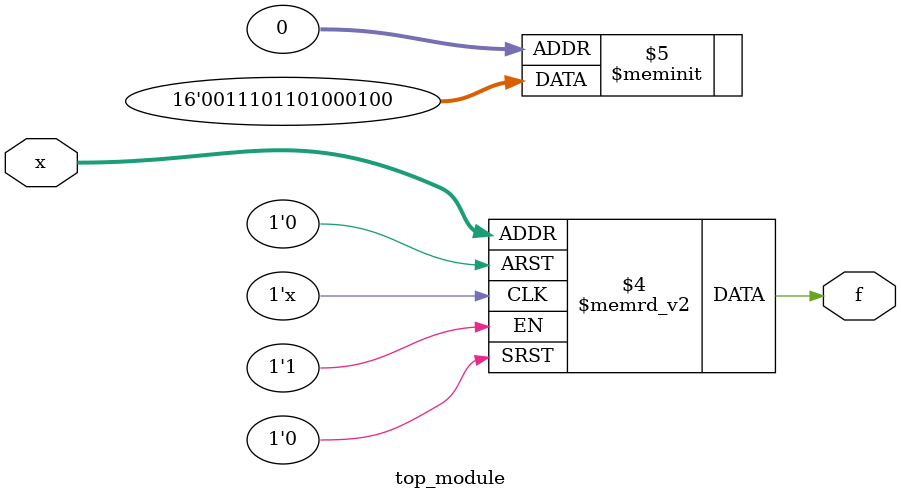
<source format=sv>
module top_module (
    input [4:1] x,
    output logic f
);

always_comb begin
    case ({x[4], x[3], x[2], x[1]})
        4'b0000: f = 1'b0;
        4'b0001: f = 1'b0;
        4'b0010: f = 1'b1;
        4'b0011: f = 1'b0;
        4'b0100: f = 1'b0;
        4'b0101: f = 1'b0;
        4'b0110: f = 1'b1;
        4'b0111: f = 1'b0;
        4'b1000: f = 1'b1;
        4'b1001: f = 1'b1;
        4'b1010: f = 1'b0;
        4'b1011: f = 1'b1;
        4'b1100: f = 1'b1;
        4'b1101: f = 1'b1;
        4'b1110: f = 1'b0;
        4'b1111: f = 1'b0;
    endcase
end

endmodule

</source>
